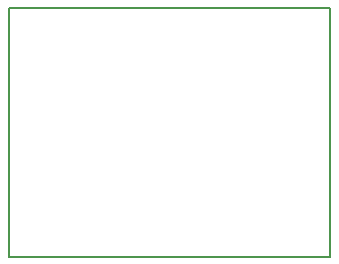
<source format=gm1>
%TF.GenerationSoftware,KiCad,Pcbnew,(6.0.7)*%
%TF.CreationDate,2022-10-10T13:15:42-04:00*%
%TF.ProjectId,dumbwatch,64756d62-7761-4746-9368-2e6b69636164,rev?*%
%TF.SameCoordinates,Original*%
%TF.FileFunction,Profile,NP*%
%FSLAX46Y46*%
G04 Gerber Fmt 4.6, Leading zero omitted, Abs format (unit mm)*
G04 Created by KiCad (PCBNEW (6.0.7)) date 2022-10-10 13:15:42*
%MOMM*%
%LPD*%
G01*
G04 APERTURE LIST*
%TA.AperFunction,Profile*%
%ADD10C,0.200000*%
%TD*%
G04 APERTURE END LIST*
D10*
X102362000Y-136652000D02*
X129540000Y-136652000D01*
X129540000Y-136652000D02*
X129540000Y-115570000D01*
X129540000Y-115570000D02*
X102362000Y-115570000D01*
X102362000Y-115570000D02*
X102362000Y-136652000D01*
M02*

</source>
